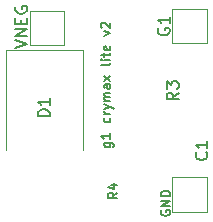
<source format=gbr>
%TF.GenerationSoftware,KiCad,Pcbnew,7.0.8*%
%TF.CreationDate,2023-12-15T10:12:50-05:00*%
%TF.ProjectId,g1 crymax lite,67312063-7279-46d6-9178-206c6974652e,rev?*%
%TF.SameCoordinates,Original*%
%TF.FileFunction,Legend,Top*%
%TF.FilePolarity,Positive*%
%FSLAX46Y46*%
G04 Gerber Fmt 4.6, Leading zero omitted, Abs format (unit mm)*
G04 Created by KiCad (PCBNEW 7.0.8) date 2023-12-15 10:12:50*
%MOMM*%
%LPD*%
G01*
G04 APERTURE LIST*
%ADD10C,0.150000*%
%ADD11C,0.120000*%
G04 APERTURE END LIST*
D10*
X29425961Y-23815182D02*
X30073580Y-23815182D01*
X30073580Y-23815182D02*
X30149771Y-23853277D01*
X30149771Y-23853277D02*
X30187866Y-23891373D01*
X30187866Y-23891373D02*
X30225961Y-23967563D01*
X30225961Y-23967563D02*
X30225961Y-24081849D01*
X30225961Y-24081849D02*
X30187866Y-24158039D01*
X29921200Y-23815182D02*
X29959295Y-23891373D01*
X29959295Y-23891373D02*
X29959295Y-24043754D01*
X29959295Y-24043754D02*
X29921200Y-24119944D01*
X29921200Y-24119944D02*
X29883104Y-24158039D01*
X29883104Y-24158039D02*
X29806914Y-24196135D01*
X29806914Y-24196135D02*
X29578342Y-24196135D01*
X29578342Y-24196135D02*
X29502152Y-24158039D01*
X29502152Y-24158039D02*
X29464057Y-24119944D01*
X29464057Y-24119944D02*
X29425961Y-24043754D01*
X29425961Y-24043754D02*
X29425961Y-23891373D01*
X29425961Y-23891373D02*
X29464057Y-23815182D01*
X29959295Y-23015182D02*
X29959295Y-23472325D01*
X29959295Y-23243753D02*
X29159295Y-23243753D01*
X29159295Y-23243753D02*
X29273580Y-23319944D01*
X29273580Y-23319944D02*
X29349771Y-23396134D01*
X29349771Y-23396134D02*
X29387866Y-23472325D01*
X29921200Y-21719943D02*
X29959295Y-21796134D01*
X29959295Y-21796134D02*
X29959295Y-21948515D01*
X29959295Y-21948515D02*
X29921200Y-22024705D01*
X29921200Y-22024705D02*
X29883104Y-22062800D01*
X29883104Y-22062800D02*
X29806914Y-22100896D01*
X29806914Y-22100896D02*
X29578342Y-22100896D01*
X29578342Y-22100896D02*
X29502152Y-22062800D01*
X29502152Y-22062800D02*
X29464057Y-22024705D01*
X29464057Y-22024705D02*
X29425961Y-21948515D01*
X29425961Y-21948515D02*
X29425961Y-21796134D01*
X29425961Y-21796134D02*
X29464057Y-21719943D01*
X29959295Y-21377086D02*
X29425961Y-21377086D01*
X29578342Y-21377086D02*
X29502152Y-21338991D01*
X29502152Y-21338991D02*
X29464057Y-21300896D01*
X29464057Y-21300896D02*
X29425961Y-21224705D01*
X29425961Y-21224705D02*
X29425961Y-21148515D01*
X29425961Y-20958039D02*
X29959295Y-20767563D01*
X29425961Y-20577086D02*
X29959295Y-20767563D01*
X29959295Y-20767563D02*
X30149771Y-20843753D01*
X30149771Y-20843753D02*
X30187866Y-20881848D01*
X30187866Y-20881848D02*
X30225961Y-20958039D01*
X29959295Y-20272324D02*
X29425961Y-20272324D01*
X29502152Y-20272324D02*
X29464057Y-20234229D01*
X29464057Y-20234229D02*
X29425961Y-20158039D01*
X29425961Y-20158039D02*
X29425961Y-20043753D01*
X29425961Y-20043753D02*
X29464057Y-19967562D01*
X29464057Y-19967562D02*
X29540247Y-19929467D01*
X29540247Y-19929467D02*
X29959295Y-19929467D01*
X29540247Y-19929467D02*
X29464057Y-19891372D01*
X29464057Y-19891372D02*
X29425961Y-19815181D01*
X29425961Y-19815181D02*
X29425961Y-19700896D01*
X29425961Y-19700896D02*
X29464057Y-19624705D01*
X29464057Y-19624705D02*
X29540247Y-19586610D01*
X29540247Y-19586610D02*
X29959295Y-19586610D01*
X29959295Y-18862800D02*
X29540247Y-18862800D01*
X29540247Y-18862800D02*
X29464057Y-18900895D01*
X29464057Y-18900895D02*
X29425961Y-18977086D01*
X29425961Y-18977086D02*
X29425961Y-19129467D01*
X29425961Y-19129467D02*
X29464057Y-19205657D01*
X29921200Y-18862800D02*
X29959295Y-18938991D01*
X29959295Y-18938991D02*
X29959295Y-19129467D01*
X29959295Y-19129467D02*
X29921200Y-19205657D01*
X29921200Y-19205657D02*
X29845009Y-19243753D01*
X29845009Y-19243753D02*
X29768819Y-19243753D01*
X29768819Y-19243753D02*
X29692628Y-19205657D01*
X29692628Y-19205657D02*
X29654533Y-19129467D01*
X29654533Y-19129467D02*
X29654533Y-18938991D01*
X29654533Y-18938991D02*
X29616438Y-18862800D01*
X29959295Y-18558038D02*
X29425961Y-18138990D01*
X29425961Y-18558038D02*
X29959295Y-18138990D01*
X29959295Y-17110419D02*
X29921200Y-17186609D01*
X29921200Y-17186609D02*
X29845009Y-17224704D01*
X29845009Y-17224704D02*
X29159295Y-17224704D01*
X29959295Y-16805656D02*
X29425961Y-16805656D01*
X29159295Y-16805656D02*
X29197390Y-16843752D01*
X29197390Y-16843752D02*
X29235485Y-16805656D01*
X29235485Y-16805656D02*
X29197390Y-16767561D01*
X29197390Y-16767561D02*
X29159295Y-16805656D01*
X29159295Y-16805656D02*
X29235485Y-16805656D01*
X29425961Y-16538990D02*
X29425961Y-16234228D01*
X29159295Y-16424704D02*
X29845009Y-16424704D01*
X29845009Y-16424704D02*
X29921200Y-16386609D01*
X29921200Y-16386609D02*
X29959295Y-16310419D01*
X29959295Y-16310419D02*
X29959295Y-16234228D01*
X29921200Y-15662799D02*
X29959295Y-15738990D01*
X29959295Y-15738990D02*
X29959295Y-15891371D01*
X29959295Y-15891371D02*
X29921200Y-15967561D01*
X29921200Y-15967561D02*
X29845009Y-16005657D01*
X29845009Y-16005657D02*
X29540247Y-16005657D01*
X29540247Y-16005657D02*
X29464057Y-15967561D01*
X29464057Y-15967561D02*
X29425961Y-15891371D01*
X29425961Y-15891371D02*
X29425961Y-15738990D01*
X29425961Y-15738990D02*
X29464057Y-15662799D01*
X29464057Y-15662799D02*
X29540247Y-15624704D01*
X29540247Y-15624704D02*
X29616438Y-15624704D01*
X29616438Y-15624704D02*
X29692628Y-16005657D01*
X29425961Y-14748514D02*
X29959295Y-14558038D01*
X29959295Y-14558038D02*
X29425961Y-14367561D01*
X29235485Y-14100895D02*
X29197390Y-14062799D01*
X29197390Y-14062799D02*
X29159295Y-13986609D01*
X29159295Y-13986609D02*
X29159295Y-13796133D01*
X29159295Y-13796133D02*
X29197390Y-13719942D01*
X29197390Y-13719942D02*
X29235485Y-13681847D01*
X29235485Y-13681847D02*
X29311676Y-13643752D01*
X29311676Y-13643752D02*
X29387866Y-13643752D01*
X29387866Y-13643752D02*
X29502152Y-13681847D01*
X29502152Y-13681847D02*
X29959295Y-14138990D01*
X29959295Y-14138990D02*
X29959295Y-13643752D01*
X35726819Y-19584666D02*
X35250628Y-19917999D01*
X35726819Y-20156094D02*
X34726819Y-20156094D01*
X34726819Y-20156094D02*
X34726819Y-19775142D01*
X34726819Y-19775142D02*
X34774438Y-19679904D01*
X34774438Y-19679904D02*
X34822057Y-19632285D01*
X34822057Y-19632285D02*
X34917295Y-19584666D01*
X34917295Y-19584666D02*
X35060152Y-19584666D01*
X35060152Y-19584666D02*
X35155390Y-19632285D01*
X35155390Y-19632285D02*
X35203009Y-19679904D01*
X35203009Y-19679904D02*
X35250628Y-19775142D01*
X35250628Y-19775142D02*
X35250628Y-20156094D01*
X34726819Y-19251332D02*
X34726819Y-18632285D01*
X34726819Y-18632285D02*
X35107771Y-18965618D01*
X35107771Y-18965618D02*
X35107771Y-18822761D01*
X35107771Y-18822761D02*
X35155390Y-18727523D01*
X35155390Y-18727523D02*
X35203009Y-18679904D01*
X35203009Y-18679904D02*
X35298247Y-18632285D01*
X35298247Y-18632285D02*
X35536342Y-18632285D01*
X35536342Y-18632285D02*
X35631580Y-18679904D01*
X35631580Y-18679904D02*
X35679200Y-18727523D01*
X35679200Y-18727523D02*
X35726819Y-18822761D01*
X35726819Y-18822761D02*
X35726819Y-19108475D01*
X35726819Y-19108475D02*
X35679200Y-19203713D01*
X35679200Y-19203713D02*
X35631580Y-19251332D01*
X38069980Y-24639266D02*
X38117600Y-24686885D01*
X38117600Y-24686885D02*
X38165219Y-24829742D01*
X38165219Y-24829742D02*
X38165219Y-24924980D01*
X38165219Y-24924980D02*
X38117600Y-25067837D01*
X38117600Y-25067837D02*
X38022361Y-25163075D01*
X38022361Y-25163075D02*
X37927123Y-25210694D01*
X37927123Y-25210694D02*
X37736647Y-25258313D01*
X37736647Y-25258313D02*
X37593790Y-25258313D01*
X37593790Y-25258313D02*
X37403314Y-25210694D01*
X37403314Y-25210694D02*
X37308076Y-25163075D01*
X37308076Y-25163075D02*
X37212838Y-25067837D01*
X37212838Y-25067837D02*
X37165219Y-24924980D01*
X37165219Y-24924980D02*
X37165219Y-24829742D01*
X37165219Y-24829742D02*
X37212838Y-24686885D01*
X37212838Y-24686885D02*
X37260457Y-24639266D01*
X38165219Y-23686885D02*
X38165219Y-24258313D01*
X38165219Y-23972599D02*
X37165219Y-23972599D01*
X37165219Y-23972599D02*
X37308076Y-24067837D01*
X37308076Y-24067837D02*
X37403314Y-24163075D01*
X37403314Y-24163075D02*
X37450933Y-24258313D01*
X30554295Y-28060332D02*
X30173342Y-28326999D01*
X30554295Y-28517475D02*
X29754295Y-28517475D01*
X29754295Y-28517475D02*
X29754295Y-28212713D01*
X29754295Y-28212713D02*
X29792390Y-28136523D01*
X29792390Y-28136523D02*
X29830485Y-28098428D01*
X29830485Y-28098428D02*
X29906676Y-28060332D01*
X29906676Y-28060332D02*
X30020961Y-28060332D01*
X30020961Y-28060332D02*
X30097152Y-28098428D01*
X30097152Y-28098428D02*
X30135247Y-28136523D01*
X30135247Y-28136523D02*
X30173342Y-28212713D01*
X30173342Y-28212713D02*
X30173342Y-28517475D01*
X30020961Y-27374618D02*
X30554295Y-27374618D01*
X29716200Y-27565094D02*
X30287628Y-27755571D01*
X30287628Y-27755571D02*
X30287628Y-27260332D01*
X24804819Y-21578494D02*
X23804819Y-21578494D01*
X23804819Y-21578494D02*
X23804819Y-21340399D01*
X23804819Y-21340399D02*
X23852438Y-21197542D01*
X23852438Y-21197542D02*
X23947676Y-21102304D01*
X23947676Y-21102304D02*
X24042914Y-21054685D01*
X24042914Y-21054685D02*
X24233390Y-21007066D01*
X24233390Y-21007066D02*
X24376247Y-21007066D01*
X24376247Y-21007066D02*
X24566723Y-21054685D01*
X24566723Y-21054685D02*
X24661961Y-21102304D01*
X24661961Y-21102304D02*
X24757200Y-21197542D01*
X24757200Y-21197542D02*
X24804819Y-21340399D01*
X24804819Y-21340399D02*
X24804819Y-21578494D01*
X24804819Y-20054685D02*
X24804819Y-20626113D01*
X24804819Y-20340399D02*
X23804819Y-20340399D01*
X23804819Y-20340399D02*
X23947676Y-20435637D01*
X23947676Y-20435637D02*
X24042914Y-20530875D01*
X24042914Y-20530875D02*
X24090533Y-20626113D01*
X21910819Y-15791923D02*
X22910819Y-15458590D01*
X22910819Y-15458590D02*
X21910819Y-15125257D01*
X22910819Y-14791923D02*
X21910819Y-14791923D01*
X21910819Y-14791923D02*
X22910819Y-14220495D01*
X22910819Y-14220495D02*
X21910819Y-14220495D01*
X22387009Y-13744304D02*
X22387009Y-13410971D01*
X22910819Y-13268114D02*
X22910819Y-13744304D01*
X22910819Y-13744304D02*
X21910819Y-13744304D01*
X21910819Y-13744304D02*
X21910819Y-13268114D01*
X21958438Y-12315733D02*
X21910819Y-12410971D01*
X21910819Y-12410971D02*
X21910819Y-12553828D01*
X21910819Y-12553828D02*
X21958438Y-12696685D01*
X21958438Y-12696685D02*
X22053676Y-12791923D01*
X22053676Y-12791923D02*
X22148914Y-12839542D01*
X22148914Y-12839542D02*
X22339390Y-12887161D01*
X22339390Y-12887161D02*
X22482247Y-12887161D01*
X22482247Y-12887161D02*
X22672723Y-12839542D01*
X22672723Y-12839542D02*
X22767961Y-12791923D01*
X22767961Y-12791923D02*
X22863200Y-12696685D01*
X22863200Y-12696685D02*
X22910819Y-12553828D01*
X22910819Y-12553828D02*
X22910819Y-12458590D01*
X22910819Y-12458590D02*
X22863200Y-12315733D01*
X22863200Y-12315733D02*
X22815580Y-12268114D01*
X22815580Y-12268114D02*
X22482247Y-12268114D01*
X22482247Y-12268114D02*
X22482247Y-12458590D01*
X34237390Y-29552523D02*
X34199295Y-29628713D01*
X34199295Y-29628713D02*
X34199295Y-29742999D01*
X34199295Y-29742999D02*
X34237390Y-29857285D01*
X34237390Y-29857285D02*
X34313580Y-29933475D01*
X34313580Y-29933475D02*
X34389771Y-29971570D01*
X34389771Y-29971570D02*
X34542152Y-30009666D01*
X34542152Y-30009666D02*
X34656438Y-30009666D01*
X34656438Y-30009666D02*
X34808819Y-29971570D01*
X34808819Y-29971570D02*
X34885009Y-29933475D01*
X34885009Y-29933475D02*
X34961200Y-29857285D01*
X34961200Y-29857285D02*
X34999295Y-29742999D01*
X34999295Y-29742999D02*
X34999295Y-29666808D01*
X34999295Y-29666808D02*
X34961200Y-29552523D01*
X34961200Y-29552523D02*
X34923104Y-29514427D01*
X34923104Y-29514427D02*
X34656438Y-29514427D01*
X34656438Y-29514427D02*
X34656438Y-29666808D01*
X34999295Y-29171570D02*
X34199295Y-29171570D01*
X34199295Y-29171570D02*
X34999295Y-28714427D01*
X34999295Y-28714427D02*
X34199295Y-28714427D01*
X34999295Y-28333475D02*
X34199295Y-28333475D01*
X34199295Y-28333475D02*
X34199295Y-28142999D01*
X34199295Y-28142999D02*
X34237390Y-28028713D01*
X34237390Y-28028713D02*
X34313580Y-27952523D01*
X34313580Y-27952523D02*
X34389771Y-27914428D01*
X34389771Y-27914428D02*
X34542152Y-27876332D01*
X34542152Y-27876332D02*
X34656438Y-27876332D01*
X34656438Y-27876332D02*
X34808819Y-27914428D01*
X34808819Y-27914428D02*
X34885009Y-27952523D01*
X34885009Y-27952523D02*
X34961200Y-28028713D01*
X34961200Y-28028713D02*
X34999295Y-28142999D01*
X34999295Y-28142999D02*
X34999295Y-28333475D01*
X34016038Y-14145885D02*
X33968419Y-14241123D01*
X33968419Y-14241123D02*
X33968419Y-14383980D01*
X33968419Y-14383980D02*
X34016038Y-14526837D01*
X34016038Y-14526837D02*
X34111276Y-14622075D01*
X34111276Y-14622075D02*
X34206514Y-14669694D01*
X34206514Y-14669694D02*
X34396990Y-14717313D01*
X34396990Y-14717313D02*
X34539847Y-14717313D01*
X34539847Y-14717313D02*
X34730323Y-14669694D01*
X34730323Y-14669694D02*
X34825561Y-14622075D01*
X34825561Y-14622075D02*
X34920800Y-14526837D01*
X34920800Y-14526837D02*
X34968419Y-14383980D01*
X34968419Y-14383980D02*
X34968419Y-14288742D01*
X34968419Y-14288742D02*
X34920800Y-14145885D01*
X34920800Y-14145885D02*
X34873180Y-14098266D01*
X34873180Y-14098266D02*
X34539847Y-14098266D01*
X34539847Y-14098266D02*
X34539847Y-14288742D01*
X34968419Y-13145885D02*
X34968419Y-13717313D01*
X34968419Y-13431599D02*
X33968419Y-13431599D01*
X33968419Y-13431599D02*
X34111276Y-13526837D01*
X34111276Y-13526837D02*
X34206514Y-13622075D01*
X34206514Y-13622075D02*
X34254133Y-13717313D01*
D11*
%TO.C,D1*%
X27600000Y-15930400D02*
X27600000Y-24440400D01*
X21100000Y-15930400D02*
X27600000Y-15930400D01*
X21100000Y-15930400D02*
X21100000Y-24440400D01*
%TO.C,VNEG*%
X23154000Y-15584800D02*
X23154000Y-12684800D01*
X26054000Y-15584800D02*
X23154000Y-15584800D01*
X23154000Y-12684800D02*
X26054000Y-12684800D01*
X26054000Y-12684800D02*
X26054000Y-15584800D01*
%TO.C,GND*%
X35211600Y-29656400D02*
X35211600Y-26756400D01*
X38111600Y-29656400D02*
X35211600Y-29656400D01*
X35211600Y-26756400D02*
X38111600Y-26756400D01*
X38111600Y-26756400D02*
X38111600Y-29656400D01*
%TO.C,G1*%
X35211600Y-15381600D02*
X35211600Y-12481600D01*
X38111600Y-15381600D02*
X35211600Y-15381600D01*
X35211600Y-12481600D02*
X38111600Y-12481600D01*
X38111600Y-12481600D02*
X38111600Y-15381600D01*
%TD*%
M02*

</source>
